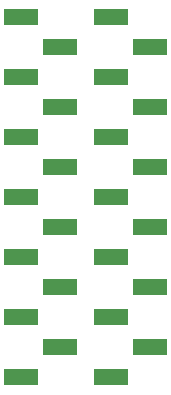
<source format=gbs>
G04 #@! TF.FileFunction,Soldermask,Bot*
%FSLAX46Y46*%
G04 Gerber Fmt 4.6, Leading zero omitted, Abs format (unit mm)*
G04 Created by KiCad (PCBNEW 4.0.7-e2-6376~58~ubuntu16.04.1) date Sat Jan 13 09:58:48 2018*
%MOMM*%
%LPD*%
G01*
G04 APERTURE LIST*
%ADD10C,0.100000*%
%ADD11R,2.910000X1.400000*%
G04 APERTURE END LIST*
D10*
D11*
X165870000Y-92075000D03*
X165870000Y-97155000D03*
X165870000Y-102235000D03*
X165870000Y-107315000D03*
X165870000Y-112395000D03*
X165870000Y-117475000D03*
X162560000Y-89535000D03*
X162560000Y-94615000D03*
X162560000Y-99695000D03*
X162560000Y-104775000D03*
X162560000Y-109855000D03*
X162560000Y-114935000D03*
X162560000Y-120015000D03*
X158250000Y-92075000D03*
X158250000Y-97155000D03*
X158250000Y-102235000D03*
X158250000Y-107315000D03*
X158250000Y-112395000D03*
X158250000Y-117475000D03*
X154940000Y-89535000D03*
X154940000Y-94615000D03*
X154940000Y-99695000D03*
X154940000Y-104775000D03*
X154940000Y-109855000D03*
X154940000Y-114935000D03*
X154940000Y-120015000D03*
M02*

</source>
